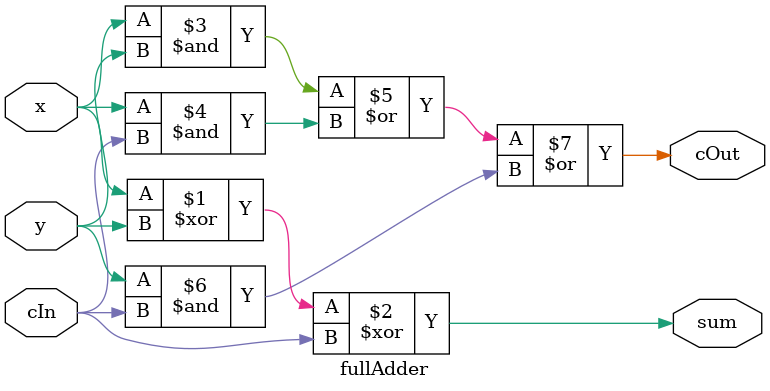
<source format=v>
`timescale 1ns / 1ps
module fullAdder(x,y,cIn,sum,cOut);

	input x,y,cIn;

	output sum,cOut;

	wire sum,cOut;
	
	assign sum = x^y^cIn;
	assign cOut = ((x&y)|(x&cIn)|(y&cIn));

endmodule

</source>
